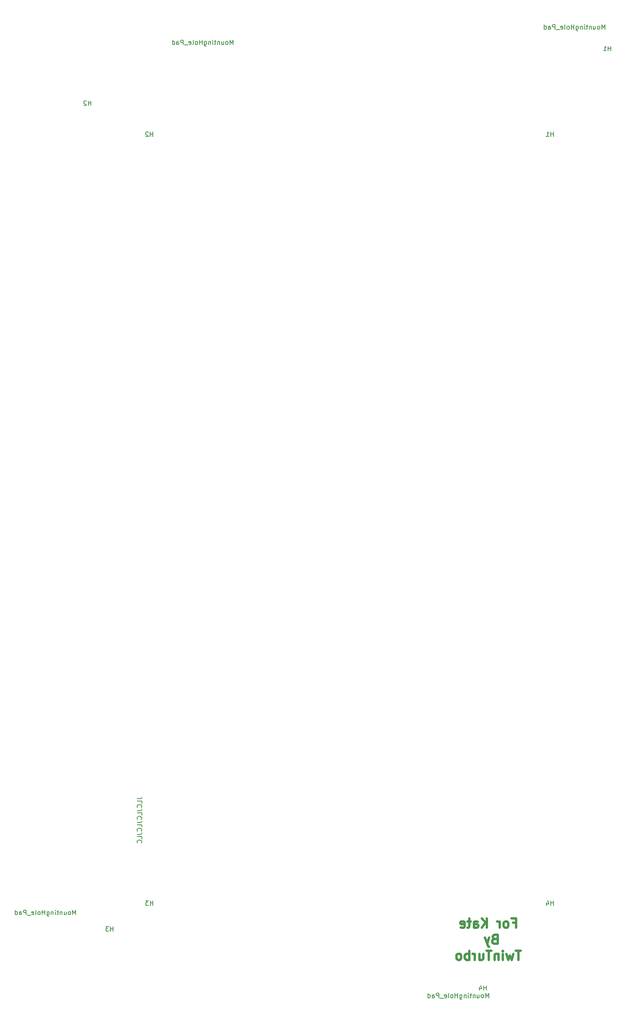
<source format=gbr>
G04 #@! TF.GenerationSoftware,KiCad,Pcbnew,(5.1.7)-1*
G04 #@! TF.CreationDate,2023-03-06T20:39:05+00:00*
G04 #@! TF.ProjectId,KOSMO-POLY6-PICO-DCO-FP,4b4f534d-4f2d-4504-9f4c-59362d504943,V0.1.0*
G04 #@! TF.SameCoordinates,Original*
G04 #@! TF.FileFunction,Legend,Bot*
G04 #@! TF.FilePolarity,Positive*
%FSLAX46Y46*%
G04 Gerber Fmt 4.6, Leading zero omitted, Abs format (unit mm)*
G04 Created by KiCad (PCBNEW (5.1.7)-1) date 2023-03-06 20:39:05*
%MOMM*%
%LPD*%
G01*
G04 APERTURE LIST*
%ADD10C,0.150000*%
%ADD11C,0.500000*%
G04 APERTURE END LIST*
D10*
X66343380Y-157859952D02*
X67057666Y-157859952D01*
X67200523Y-157812333D01*
X67295761Y-157717095D01*
X67343380Y-157574238D01*
X67343380Y-157479000D01*
X67343380Y-158812333D02*
X67343380Y-158336142D01*
X66343380Y-158336142D01*
X67248142Y-159717095D02*
X67295761Y-159669476D01*
X67343380Y-159526619D01*
X67343380Y-159431380D01*
X67295761Y-159288523D01*
X67200523Y-159193285D01*
X67105285Y-159145666D01*
X66914809Y-159098047D01*
X66771952Y-159098047D01*
X66581476Y-159145666D01*
X66486238Y-159193285D01*
X66391000Y-159288523D01*
X66343380Y-159431380D01*
X66343380Y-159526619D01*
X66391000Y-159669476D01*
X66438619Y-159717095D01*
X66343380Y-160431380D02*
X67057666Y-160431380D01*
X67200523Y-160383761D01*
X67295761Y-160288523D01*
X67343380Y-160145666D01*
X67343380Y-160050428D01*
X67343380Y-161383761D02*
X67343380Y-160907571D01*
X66343380Y-160907571D01*
X67248142Y-162288523D02*
X67295761Y-162240904D01*
X67343380Y-162098047D01*
X67343380Y-162002809D01*
X67295761Y-161859952D01*
X67200523Y-161764714D01*
X67105285Y-161717095D01*
X66914809Y-161669476D01*
X66771952Y-161669476D01*
X66581476Y-161717095D01*
X66486238Y-161764714D01*
X66391000Y-161859952D01*
X66343380Y-162002809D01*
X66343380Y-162098047D01*
X66391000Y-162240904D01*
X66438619Y-162288523D01*
X66343380Y-163002809D02*
X67057666Y-163002809D01*
X67200523Y-162955190D01*
X67295761Y-162859952D01*
X67343380Y-162717095D01*
X67343380Y-162621857D01*
X67343380Y-163955190D02*
X67343380Y-163479000D01*
X66343380Y-163479000D01*
X67248142Y-164859952D02*
X67295761Y-164812333D01*
X67343380Y-164669476D01*
X67343380Y-164574238D01*
X67295761Y-164431380D01*
X67200523Y-164336142D01*
X67105285Y-164288523D01*
X66914809Y-164240904D01*
X66771952Y-164240904D01*
X66581476Y-164288523D01*
X66486238Y-164336142D01*
X66391000Y-164431380D01*
X66343380Y-164574238D01*
X66343380Y-164669476D01*
X66391000Y-164812333D01*
X66438619Y-164859952D01*
X66343380Y-165574238D02*
X67057666Y-165574238D01*
X67200523Y-165526619D01*
X67295761Y-165431380D01*
X67343380Y-165288523D01*
X67343380Y-165193285D01*
X67343380Y-166526619D02*
X67343380Y-166050428D01*
X66343380Y-166050428D01*
X67248142Y-167431380D02*
X67295761Y-167383761D01*
X67343380Y-167240904D01*
X67343380Y-167145666D01*
X67295761Y-167002809D01*
X67200523Y-166907571D01*
X67105285Y-166859952D01*
X66914809Y-166812333D01*
X66771952Y-166812333D01*
X66581476Y-166859952D01*
X66486238Y-166907571D01*
X66391000Y-167002809D01*
X66343380Y-167145666D01*
X66343380Y-167240904D01*
X66391000Y-167383761D01*
X66438619Y-167431380D01*
D11*
X147956333Y-184789142D02*
X148623000Y-184789142D01*
X148623000Y-185836761D02*
X148623000Y-183836761D01*
X147670619Y-183836761D01*
X146623000Y-185836761D02*
X146813476Y-185741523D01*
X146908714Y-185646285D01*
X147003952Y-185455809D01*
X147003952Y-184884380D01*
X146908714Y-184693904D01*
X146813476Y-184598666D01*
X146623000Y-184503428D01*
X146337285Y-184503428D01*
X146146809Y-184598666D01*
X146051571Y-184693904D01*
X145956333Y-184884380D01*
X145956333Y-185455809D01*
X146051571Y-185646285D01*
X146146809Y-185741523D01*
X146337285Y-185836761D01*
X146623000Y-185836761D01*
X145099190Y-185836761D02*
X145099190Y-184503428D01*
X145099190Y-184884380D02*
X145003952Y-184693904D01*
X144908714Y-184598666D01*
X144718238Y-184503428D01*
X144527761Y-184503428D01*
X142337285Y-185836761D02*
X142337285Y-183836761D01*
X141194428Y-185836761D02*
X142051571Y-184693904D01*
X141194428Y-183836761D02*
X142337285Y-184979619D01*
X139480142Y-185836761D02*
X139480142Y-184789142D01*
X139575380Y-184598666D01*
X139765857Y-184503428D01*
X140146809Y-184503428D01*
X140337285Y-184598666D01*
X139480142Y-185741523D02*
X139670619Y-185836761D01*
X140146809Y-185836761D01*
X140337285Y-185741523D01*
X140432523Y-185551047D01*
X140432523Y-185360571D01*
X140337285Y-185170095D01*
X140146809Y-185074857D01*
X139670619Y-185074857D01*
X139480142Y-184979619D01*
X138813476Y-184503428D02*
X138051571Y-184503428D01*
X138527761Y-183836761D02*
X138527761Y-185551047D01*
X138432523Y-185741523D01*
X138242047Y-185836761D01*
X138051571Y-185836761D01*
X136623000Y-185741523D02*
X136813476Y-185836761D01*
X137194428Y-185836761D01*
X137384904Y-185741523D01*
X137480142Y-185551047D01*
X137480142Y-184789142D01*
X137384904Y-184598666D01*
X137194428Y-184503428D01*
X136813476Y-184503428D01*
X136623000Y-184598666D01*
X136527761Y-184789142D01*
X136527761Y-184979619D01*
X137480142Y-185170095D01*
X144003952Y-188289142D02*
X143718238Y-188384380D01*
X143623000Y-188479619D01*
X143527761Y-188670095D01*
X143527761Y-188955809D01*
X143623000Y-189146285D01*
X143718238Y-189241523D01*
X143908714Y-189336761D01*
X144670619Y-189336761D01*
X144670619Y-187336761D01*
X144003952Y-187336761D01*
X143813476Y-187432000D01*
X143718238Y-187527238D01*
X143623000Y-187717714D01*
X143623000Y-187908190D01*
X143718238Y-188098666D01*
X143813476Y-188193904D01*
X144003952Y-188289142D01*
X144670619Y-188289142D01*
X142861095Y-188003428D02*
X142384904Y-189336761D01*
X141908714Y-188003428D02*
X142384904Y-189336761D01*
X142575380Y-189812952D01*
X142670619Y-189908190D01*
X142861095Y-190003428D01*
X149718238Y-190836761D02*
X148575380Y-190836761D01*
X149146809Y-192836761D02*
X149146809Y-190836761D01*
X148099190Y-191503428D02*
X147718238Y-192836761D01*
X147337285Y-191884380D01*
X146956333Y-192836761D01*
X146575380Y-191503428D01*
X145813476Y-192836761D02*
X145813476Y-191503428D01*
X145813476Y-190836761D02*
X145908714Y-190932000D01*
X145813476Y-191027238D01*
X145718238Y-190932000D01*
X145813476Y-190836761D01*
X145813476Y-191027238D01*
X144861095Y-191503428D02*
X144861095Y-192836761D01*
X144861095Y-191693904D02*
X144765857Y-191598666D01*
X144575380Y-191503428D01*
X144289666Y-191503428D01*
X144099190Y-191598666D01*
X144003952Y-191789142D01*
X144003952Y-192836761D01*
X143337285Y-190836761D02*
X142194428Y-190836761D01*
X142765857Y-192836761D02*
X142765857Y-190836761D01*
X140670619Y-191503428D02*
X140670619Y-192836761D01*
X141527761Y-191503428D02*
X141527761Y-192551047D01*
X141432523Y-192741523D01*
X141242047Y-192836761D01*
X140956333Y-192836761D01*
X140765857Y-192741523D01*
X140670619Y-192646285D01*
X139718238Y-192836761D02*
X139718238Y-191503428D01*
X139718238Y-191884380D02*
X139623000Y-191693904D01*
X139527761Y-191598666D01*
X139337285Y-191503428D01*
X139146809Y-191503428D01*
X138480142Y-192836761D02*
X138480142Y-190836761D01*
X138480142Y-191598666D02*
X138289666Y-191503428D01*
X137908714Y-191503428D01*
X137718238Y-191598666D01*
X137623000Y-191693904D01*
X137527761Y-191884380D01*
X137527761Y-192455809D01*
X137623000Y-192646285D01*
X137718238Y-192741523D01*
X137908714Y-192836761D01*
X138289666Y-192836761D01*
X138480142Y-192741523D01*
X136384904Y-192836761D02*
X136575380Y-192741523D01*
X136670619Y-192646285D01*
X136765857Y-192455809D01*
X136765857Y-191884380D01*
X136670619Y-191693904D01*
X136575380Y-191598666D01*
X136384904Y-191503428D01*
X136099190Y-191503428D01*
X135908714Y-191598666D01*
X135813476Y-191693904D01*
X135718238Y-191884380D01*
X135718238Y-192455809D01*
X135813476Y-192646285D01*
X135908714Y-192741523D01*
X136099190Y-192836761D01*
X136384904Y-192836761D01*
D10*
X61125904Y-186598380D02*
X61125904Y-185598380D01*
X61125904Y-186074571D02*
X60554476Y-186074571D01*
X60554476Y-186598380D02*
X60554476Y-185598380D01*
X60173523Y-185598380D02*
X59554476Y-185598380D01*
X59887809Y-185979333D01*
X59744952Y-185979333D01*
X59649714Y-186026952D01*
X59602095Y-186074571D01*
X59554476Y-186169809D01*
X59554476Y-186407904D01*
X59602095Y-186503142D01*
X59649714Y-186550761D01*
X59744952Y-186598380D01*
X60030666Y-186598380D01*
X60125904Y-186550761D01*
X60173523Y-186503142D01*
X53022428Y-183011380D02*
X53022428Y-182011380D01*
X52689095Y-182725666D01*
X52355761Y-182011380D01*
X52355761Y-183011380D01*
X51736714Y-183011380D02*
X51831952Y-182963761D01*
X51879571Y-182916142D01*
X51927190Y-182820904D01*
X51927190Y-182535190D01*
X51879571Y-182439952D01*
X51831952Y-182392333D01*
X51736714Y-182344714D01*
X51593857Y-182344714D01*
X51498619Y-182392333D01*
X51451000Y-182439952D01*
X51403380Y-182535190D01*
X51403380Y-182820904D01*
X51451000Y-182916142D01*
X51498619Y-182963761D01*
X51593857Y-183011380D01*
X51736714Y-183011380D01*
X50546238Y-182344714D02*
X50546238Y-183011380D01*
X50974809Y-182344714D02*
X50974809Y-182868523D01*
X50927190Y-182963761D01*
X50831952Y-183011380D01*
X50689095Y-183011380D01*
X50593857Y-182963761D01*
X50546238Y-182916142D01*
X50070047Y-182344714D02*
X50070047Y-183011380D01*
X50070047Y-182439952D02*
X50022428Y-182392333D01*
X49927190Y-182344714D01*
X49784333Y-182344714D01*
X49689095Y-182392333D01*
X49641476Y-182487571D01*
X49641476Y-183011380D01*
X49308142Y-182344714D02*
X48927190Y-182344714D01*
X49165285Y-182011380D02*
X49165285Y-182868523D01*
X49117666Y-182963761D01*
X49022428Y-183011380D01*
X48927190Y-183011380D01*
X48593857Y-183011380D02*
X48593857Y-182344714D01*
X48593857Y-182011380D02*
X48641476Y-182059000D01*
X48593857Y-182106619D01*
X48546238Y-182059000D01*
X48593857Y-182011380D01*
X48593857Y-182106619D01*
X48117666Y-182344714D02*
X48117666Y-183011380D01*
X48117666Y-182439952D02*
X48070047Y-182392333D01*
X47974809Y-182344714D01*
X47831952Y-182344714D01*
X47736714Y-182392333D01*
X47689095Y-182487571D01*
X47689095Y-183011380D01*
X46784333Y-182344714D02*
X46784333Y-183154238D01*
X46831952Y-183249476D01*
X46879571Y-183297095D01*
X46974809Y-183344714D01*
X47117666Y-183344714D01*
X47212904Y-183297095D01*
X46784333Y-182963761D02*
X46879571Y-183011380D01*
X47070047Y-183011380D01*
X47165285Y-182963761D01*
X47212904Y-182916142D01*
X47260523Y-182820904D01*
X47260523Y-182535190D01*
X47212904Y-182439952D01*
X47165285Y-182392333D01*
X47070047Y-182344714D01*
X46879571Y-182344714D01*
X46784333Y-182392333D01*
X46308142Y-183011380D02*
X46308142Y-182011380D01*
X46308142Y-182487571D02*
X45736714Y-182487571D01*
X45736714Y-183011380D02*
X45736714Y-182011380D01*
X45117666Y-183011380D02*
X45212904Y-182963761D01*
X45260523Y-182916142D01*
X45308142Y-182820904D01*
X45308142Y-182535190D01*
X45260523Y-182439952D01*
X45212904Y-182392333D01*
X45117666Y-182344714D01*
X44974809Y-182344714D01*
X44879571Y-182392333D01*
X44831952Y-182439952D01*
X44784333Y-182535190D01*
X44784333Y-182820904D01*
X44831952Y-182916142D01*
X44879571Y-182963761D01*
X44974809Y-183011380D01*
X45117666Y-183011380D01*
X44212904Y-183011380D02*
X44308142Y-182963761D01*
X44355761Y-182868523D01*
X44355761Y-182011380D01*
X43451000Y-182963761D02*
X43546238Y-183011380D01*
X43736714Y-183011380D01*
X43831952Y-182963761D01*
X43879571Y-182868523D01*
X43879571Y-182487571D01*
X43831952Y-182392333D01*
X43736714Y-182344714D01*
X43546238Y-182344714D01*
X43451000Y-182392333D01*
X43403380Y-182487571D01*
X43403380Y-182582809D01*
X43879571Y-182678047D01*
X43212904Y-183106619D02*
X42451000Y-183106619D01*
X42212904Y-183011380D02*
X42212904Y-182011380D01*
X41831952Y-182011380D01*
X41736714Y-182059000D01*
X41689095Y-182106619D01*
X41641476Y-182201857D01*
X41641476Y-182344714D01*
X41689095Y-182439952D01*
X41736714Y-182487571D01*
X41831952Y-182535190D01*
X42212904Y-182535190D01*
X40784333Y-183011380D02*
X40784333Y-182487571D01*
X40831952Y-182392333D01*
X40927190Y-182344714D01*
X41117666Y-182344714D01*
X41212904Y-182392333D01*
X40784333Y-182963761D02*
X40879571Y-183011380D01*
X41117666Y-183011380D01*
X41212904Y-182963761D01*
X41260523Y-182868523D01*
X41260523Y-182773285D01*
X41212904Y-182678047D01*
X41117666Y-182630428D01*
X40879571Y-182630428D01*
X40784333Y-182582809D01*
X39879571Y-183011380D02*
X39879571Y-182011380D01*
X39879571Y-182963761D02*
X39974809Y-183011380D01*
X40165285Y-183011380D01*
X40260523Y-182963761D01*
X40308142Y-182916142D01*
X40355761Y-182820904D01*
X40355761Y-182535190D01*
X40308142Y-182439952D01*
X40260523Y-182392333D01*
X40165285Y-182344714D01*
X39974809Y-182344714D01*
X39879571Y-182392333D01*
X69777904Y-180991380D02*
X69777904Y-179991380D01*
X69777904Y-180467571D02*
X69206476Y-180467571D01*
X69206476Y-180991380D02*
X69206476Y-179991380D01*
X68825523Y-179991380D02*
X68206476Y-179991380D01*
X68539809Y-180372333D01*
X68396952Y-180372333D01*
X68301714Y-180419952D01*
X68254095Y-180467571D01*
X68206476Y-180562809D01*
X68206476Y-180800904D01*
X68254095Y-180896142D01*
X68301714Y-180943761D01*
X68396952Y-180991380D01*
X68682666Y-180991380D01*
X68777904Y-180943761D01*
X68825523Y-180896142D01*
X142215904Y-199425380D02*
X142215904Y-198425380D01*
X142215904Y-198901571D02*
X141644476Y-198901571D01*
X141644476Y-199425380D02*
X141644476Y-198425380D01*
X140739714Y-198758714D02*
X140739714Y-199425380D01*
X140977809Y-198377761D02*
X141215904Y-199092047D01*
X140596857Y-199092047D01*
X142698428Y-201055380D02*
X142698428Y-200055380D01*
X142365095Y-200769666D01*
X142031761Y-200055380D01*
X142031761Y-201055380D01*
X141412714Y-201055380D02*
X141507952Y-201007761D01*
X141555571Y-200960142D01*
X141603190Y-200864904D01*
X141603190Y-200579190D01*
X141555571Y-200483952D01*
X141507952Y-200436333D01*
X141412714Y-200388714D01*
X141269857Y-200388714D01*
X141174619Y-200436333D01*
X141127000Y-200483952D01*
X141079380Y-200579190D01*
X141079380Y-200864904D01*
X141127000Y-200960142D01*
X141174619Y-201007761D01*
X141269857Y-201055380D01*
X141412714Y-201055380D01*
X140222238Y-200388714D02*
X140222238Y-201055380D01*
X140650809Y-200388714D02*
X140650809Y-200912523D01*
X140603190Y-201007761D01*
X140507952Y-201055380D01*
X140365095Y-201055380D01*
X140269857Y-201007761D01*
X140222238Y-200960142D01*
X139746047Y-200388714D02*
X139746047Y-201055380D01*
X139746047Y-200483952D02*
X139698428Y-200436333D01*
X139603190Y-200388714D01*
X139460333Y-200388714D01*
X139365095Y-200436333D01*
X139317476Y-200531571D01*
X139317476Y-201055380D01*
X138984142Y-200388714D02*
X138603190Y-200388714D01*
X138841285Y-200055380D02*
X138841285Y-200912523D01*
X138793666Y-201007761D01*
X138698428Y-201055380D01*
X138603190Y-201055380D01*
X138269857Y-201055380D02*
X138269857Y-200388714D01*
X138269857Y-200055380D02*
X138317476Y-200103000D01*
X138269857Y-200150619D01*
X138222238Y-200103000D01*
X138269857Y-200055380D01*
X138269857Y-200150619D01*
X137793666Y-200388714D02*
X137793666Y-201055380D01*
X137793666Y-200483952D02*
X137746047Y-200436333D01*
X137650809Y-200388714D01*
X137507952Y-200388714D01*
X137412714Y-200436333D01*
X137365095Y-200531571D01*
X137365095Y-201055380D01*
X136460333Y-200388714D02*
X136460333Y-201198238D01*
X136507952Y-201293476D01*
X136555571Y-201341095D01*
X136650809Y-201388714D01*
X136793666Y-201388714D01*
X136888904Y-201341095D01*
X136460333Y-201007761D02*
X136555571Y-201055380D01*
X136746047Y-201055380D01*
X136841285Y-201007761D01*
X136888904Y-200960142D01*
X136936523Y-200864904D01*
X136936523Y-200579190D01*
X136888904Y-200483952D01*
X136841285Y-200436333D01*
X136746047Y-200388714D01*
X136555571Y-200388714D01*
X136460333Y-200436333D01*
X135984142Y-201055380D02*
X135984142Y-200055380D01*
X135984142Y-200531571D02*
X135412714Y-200531571D01*
X135412714Y-201055380D02*
X135412714Y-200055380D01*
X134793666Y-201055380D02*
X134888904Y-201007761D01*
X134936523Y-200960142D01*
X134984142Y-200864904D01*
X134984142Y-200579190D01*
X134936523Y-200483952D01*
X134888904Y-200436333D01*
X134793666Y-200388714D01*
X134650809Y-200388714D01*
X134555571Y-200436333D01*
X134507952Y-200483952D01*
X134460333Y-200579190D01*
X134460333Y-200864904D01*
X134507952Y-200960142D01*
X134555571Y-201007761D01*
X134650809Y-201055380D01*
X134793666Y-201055380D01*
X133888904Y-201055380D02*
X133984142Y-201007761D01*
X134031761Y-200912523D01*
X134031761Y-200055380D01*
X133127000Y-201007761D02*
X133222238Y-201055380D01*
X133412714Y-201055380D01*
X133507952Y-201007761D01*
X133555571Y-200912523D01*
X133555571Y-200531571D01*
X133507952Y-200436333D01*
X133412714Y-200388714D01*
X133222238Y-200388714D01*
X133127000Y-200436333D01*
X133079380Y-200531571D01*
X133079380Y-200626809D01*
X133555571Y-200722047D01*
X132888904Y-201150619D02*
X132127000Y-201150619D01*
X131888904Y-201055380D02*
X131888904Y-200055380D01*
X131507952Y-200055380D01*
X131412714Y-200103000D01*
X131365095Y-200150619D01*
X131317476Y-200245857D01*
X131317476Y-200388714D01*
X131365095Y-200483952D01*
X131412714Y-200531571D01*
X131507952Y-200579190D01*
X131888904Y-200579190D01*
X130460333Y-201055380D02*
X130460333Y-200531571D01*
X130507952Y-200436333D01*
X130603190Y-200388714D01*
X130793666Y-200388714D01*
X130888904Y-200436333D01*
X130460333Y-201007761D02*
X130555571Y-201055380D01*
X130793666Y-201055380D01*
X130888904Y-201007761D01*
X130936523Y-200912523D01*
X130936523Y-200817285D01*
X130888904Y-200722047D01*
X130793666Y-200674428D01*
X130555571Y-200674428D01*
X130460333Y-200626809D01*
X129555571Y-201055380D02*
X129555571Y-200055380D01*
X129555571Y-201007761D02*
X129650809Y-201055380D01*
X129841285Y-201055380D01*
X129936523Y-201007761D01*
X129984142Y-200960142D01*
X130031761Y-200864904D01*
X130031761Y-200579190D01*
X129984142Y-200483952D01*
X129936523Y-200436333D01*
X129841285Y-200388714D01*
X129650809Y-200388714D01*
X129555571Y-200436333D01*
X156763904Y-180993380D02*
X156763904Y-179993380D01*
X156763904Y-180469571D02*
X156192476Y-180469571D01*
X156192476Y-180993380D02*
X156192476Y-179993380D01*
X155287714Y-180326714D02*
X155287714Y-180993380D01*
X155525809Y-179945761D02*
X155763904Y-180660047D01*
X155144857Y-180660047D01*
X169253904Y4612619D02*
X169253904Y5612619D01*
X169253904Y5136428D02*
X168682476Y5136428D01*
X168682476Y4612619D02*
X168682476Y5612619D01*
X167682476Y4612619D02*
X168253904Y4612619D01*
X167968190Y4612619D02*
X167968190Y5612619D01*
X168063428Y5469761D01*
X168158666Y5374523D01*
X168253904Y5326904D01*
X167937428Y9320619D02*
X167937428Y10320619D01*
X167604095Y9606333D01*
X167270761Y10320619D01*
X167270761Y9320619D01*
X166651714Y9320619D02*
X166746952Y9368238D01*
X166794571Y9415857D01*
X166842190Y9511095D01*
X166842190Y9796809D01*
X166794571Y9892047D01*
X166746952Y9939666D01*
X166651714Y9987285D01*
X166508857Y9987285D01*
X166413619Y9939666D01*
X166366000Y9892047D01*
X166318380Y9796809D01*
X166318380Y9511095D01*
X166366000Y9415857D01*
X166413619Y9368238D01*
X166508857Y9320619D01*
X166651714Y9320619D01*
X165461238Y9987285D02*
X165461238Y9320619D01*
X165889809Y9987285D02*
X165889809Y9463476D01*
X165842190Y9368238D01*
X165746952Y9320619D01*
X165604095Y9320619D01*
X165508857Y9368238D01*
X165461238Y9415857D01*
X164985047Y9987285D02*
X164985047Y9320619D01*
X164985047Y9892047D02*
X164937428Y9939666D01*
X164842190Y9987285D01*
X164699333Y9987285D01*
X164604095Y9939666D01*
X164556476Y9844428D01*
X164556476Y9320619D01*
X164223142Y9987285D02*
X163842190Y9987285D01*
X164080285Y10320619D02*
X164080285Y9463476D01*
X164032666Y9368238D01*
X163937428Y9320619D01*
X163842190Y9320619D01*
X163508857Y9320619D02*
X163508857Y9987285D01*
X163508857Y10320619D02*
X163556476Y10273000D01*
X163508857Y10225380D01*
X163461238Y10273000D01*
X163508857Y10320619D01*
X163508857Y10225380D01*
X163032666Y9987285D02*
X163032666Y9320619D01*
X163032666Y9892047D02*
X162985047Y9939666D01*
X162889809Y9987285D01*
X162746952Y9987285D01*
X162651714Y9939666D01*
X162604095Y9844428D01*
X162604095Y9320619D01*
X161699333Y9987285D02*
X161699333Y9177761D01*
X161746952Y9082523D01*
X161794571Y9034904D01*
X161889809Y8987285D01*
X162032666Y8987285D01*
X162127904Y9034904D01*
X161699333Y9368238D02*
X161794571Y9320619D01*
X161985047Y9320619D01*
X162080285Y9368238D01*
X162127904Y9415857D01*
X162175523Y9511095D01*
X162175523Y9796809D01*
X162127904Y9892047D01*
X162080285Y9939666D01*
X161985047Y9987285D01*
X161794571Y9987285D01*
X161699333Y9939666D01*
X161223142Y9320619D02*
X161223142Y10320619D01*
X161223142Y9844428D02*
X160651714Y9844428D01*
X160651714Y9320619D02*
X160651714Y10320619D01*
X160032666Y9320619D02*
X160127904Y9368238D01*
X160175523Y9415857D01*
X160223142Y9511095D01*
X160223142Y9796809D01*
X160175523Y9892047D01*
X160127904Y9939666D01*
X160032666Y9987285D01*
X159889809Y9987285D01*
X159794571Y9939666D01*
X159746952Y9892047D01*
X159699333Y9796809D01*
X159699333Y9511095D01*
X159746952Y9415857D01*
X159794571Y9368238D01*
X159889809Y9320619D01*
X160032666Y9320619D01*
X159127904Y9320619D02*
X159223142Y9368238D01*
X159270761Y9463476D01*
X159270761Y10320619D01*
X158366000Y9368238D02*
X158461238Y9320619D01*
X158651714Y9320619D01*
X158746952Y9368238D01*
X158794571Y9463476D01*
X158794571Y9844428D01*
X158746952Y9939666D01*
X158651714Y9987285D01*
X158461238Y9987285D01*
X158366000Y9939666D01*
X158318380Y9844428D01*
X158318380Y9749190D01*
X158794571Y9653952D01*
X158127904Y9225380D02*
X157366000Y9225380D01*
X157127904Y9320619D02*
X157127904Y10320619D01*
X156746952Y10320619D01*
X156651714Y10273000D01*
X156604095Y10225380D01*
X156556476Y10130142D01*
X156556476Y9987285D01*
X156604095Y9892047D01*
X156651714Y9844428D01*
X156746952Y9796809D01*
X157127904Y9796809D01*
X155699333Y9320619D02*
X155699333Y9844428D01*
X155746952Y9939666D01*
X155842190Y9987285D01*
X156032666Y9987285D01*
X156127904Y9939666D01*
X155699333Y9368238D02*
X155794571Y9320619D01*
X156032666Y9320619D01*
X156127904Y9368238D01*
X156175523Y9463476D01*
X156175523Y9558714D01*
X156127904Y9653952D01*
X156032666Y9701571D01*
X155794571Y9701571D01*
X155699333Y9749190D01*
X154794571Y9320619D02*
X154794571Y10320619D01*
X154794571Y9368238D02*
X154889809Y9320619D01*
X155080285Y9320619D01*
X155175523Y9368238D01*
X155223142Y9415857D01*
X155270761Y9511095D01*
X155270761Y9796809D01*
X155223142Y9892047D01*
X155175523Y9939666D01*
X155080285Y9987285D01*
X154889809Y9987285D01*
X154794571Y9939666D01*
X156775904Y-13999380D02*
X156775904Y-12999380D01*
X156775904Y-13475571D02*
X156204476Y-13475571D01*
X156204476Y-13999380D02*
X156204476Y-12999380D01*
X155204476Y-13999380D02*
X155775904Y-13999380D01*
X155490190Y-13999380D02*
X155490190Y-12999380D01*
X155585428Y-13142238D01*
X155680666Y-13237476D01*
X155775904Y-13285095D01*
X56330904Y-7234380D02*
X56330904Y-6234380D01*
X56330904Y-6710571D02*
X55759476Y-6710571D01*
X55759476Y-7234380D02*
X55759476Y-6234380D01*
X55330904Y-6329619D02*
X55283285Y-6282000D01*
X55188047Y-6234380D01*
X54949952Y-6234380D01*
X54854714Y-6282000D01*
X54807095Y-6329619D01*
X54759476Y-6424857D01*
X54759476Y-6520095D01*
X54807095Y-6662952D01*
X55378523Y-7234380D01*
X54759476Y-7234380D01*
X87185428Y5975619D02*
X87185428Y6975619D01*
X86852095Y6261333D01*
X86518761Y6975619D01*
X86518761Y5975619D01*
X85899714Y5975619D02*
X85994952Y6023238D01*
X86042571Y6070857D01*
X86090190Y6166095D01*
X86090190Y6451809D01*
X86042571Y6547047D01*
X85994952Y6594666D01*
X85899714Y6642285D01*
X85756857Y6642285D01*
X85661619Y6594666D01*
X85614000Y6547047D01*
X85566380Y6451809D01*
X85566380Y6166095D01*
X85614000Y6070857D01*
X85661619Y6023238D01*
X85756857Y5975619D01*
X85899714Y5975619D01*
X84709238Y6642285D02*
X84709238Y5975619D01*
X85137809Y6642285D02*
X85137809Y6118476D01*
X85090190Y6023238D01*
X84994952Y5975619D01*
X84852095Y5975619D01*
X84756857Y6023238D01*
X84709238Y6070857D01*
X84233047Y6642285D02*
X84233047Y5975619D01*
X84233047Y6547047D02*
X84185428Y6594666D01*
X84090190Y6642285D01*
X83947333Y6642285D01*
X83852095Y6594666D01*
X83804476Y6499428D01*
X83804476Y5975619D01*
X83471142Y6642285D02*
X83090190Y6642285D01*
X83328285Y6975619D02*
X83328285Y6118476D01*
X83280666Y6023238D01*
X83185428Y5975619D01*
X83090190Y5975619D01*
X82756857Y5975619D02*
X82756857Y6642285D01*
X82756857Y6975619D02*
X82804476Y6928000D01*
X82756857Y6880380D01*
X82709238Y6928000D01*
X82756857Y6975619D01*
X82756857Y6880380D01*
X82280666Y6642285D02*
X82280666Y5975619D01*
X82280666Y6547047D02*
X82233047Y6594666D01*
X82137809Y6642285D01*
X81994952Y6642285D01*
X81899714Y6594666D01*
X81852095Y6499428D01*
X81852095Y5975619D01*
X80947333Y6642285D02*
X80947333Y5832761D01*
X80994952Y5737523D01*
X81042571Y5689904D01*
X81137809Y5642285D01*
X81280666Y5642285D01*
X81375904Y5689904D01*
X80947333Y6023238D02*
X81042571Y5975619D01*
X81233047Y5975619D01*
X81328285Y6023238D01*
X81375904Y6070857D01*
X81423523Y6166095D01*
X81423523Y6451809D01*
X81375904Y6547047D01*
X81328285Y6594666D01*
X81233047Y6642285D01*
X81042571Y6642285D01*
X80947333Y6594666D01*
X80471142Y5975619D02*
X80471142Y6975619D01*
X80471142Y6499428D02*
X79899714Y6499428D01*
X79899714Y5975619D02*
X79899714Y6975619D01*
X79280666Y5975619D02*
X79375904Y6023238D01*
X79423523Y6070857D01*
X79471142Y6166095D01*
X79471142Y6451809D01*
X79423523Y6547047D01*
X79375904Y6594666D01*
X79280666Y6642285D01*
X79137809Y6642285D01*
X79042571Y6594666D01*
X78994952Y6547047D01*
X78947333Y6451809D01*
X78947333Y6166095D01*
X78994952Y6070857D01*
X79042571Y6023238D01*
X79137809Y5975619D01*
X79280666Y5975619D01*
X78375904Y5975619D02*
X78471142Y6023238D01*
X78518761Y6118476D01*
X78518761Y6975619D01*
X77614000Y6023238D02*
X77709238Y5975619D01*
X77899714Y5975619D01*
X77994952Y6023238D01*
X78042571Y6118476D01*
X78042571Y6499428D01*
X77994952Y6594666D01*
X77899714Y6642285D01*
X77709238Y6642285D01*
X77614000Y6594666D01*
X77566380Y6499428D01*
X77566380Y6404190D01*
X78042571Y6308952D01*
X77375904Y5880380D02*
X76614000Y5880380D01*
X76375904Y5975619D02*
X76375904Y6975619D01*
X75994952Y6975619D01*
X75899714Y6928000D01*
X75852095Y6880380D01*
X75804476Y6785142D01*
X75804476Y6642285D01*
X75852095Y6547047D01*
X75899714Y6499428D01*
X75994952Y6451809D01*
X76375904Y6451809D01*
X74947333Y5975619D02*
X74947333Y6499428D01*
X74994952Y6594666D01*
X75090190Y6642285D01*
X75280666Y6642285D01*
X75375904Y6594666D01*
X74947333Y6023238D02*
X75042571Y5975619D01*
X75280666Y5975619D01*
X75375904Y6023238D01*
X75423523Y6118476D01*
X75423523Y6213714D01*
X75375904Y6308952D01*
X75280666Y6356571D01*
X75042571Y6356571D01*
X74947333Y6404190D01*
X74042571Y5975619D02*
X74042571Y6975619D01*
X74042571Y6023238D02*
X74137809Y5975619D01*
X74328285Y5975619D01*
X74423523Y6023238D01*
X74471142Y6070857D01*
X74518761Y6166095D01*
X74518761Y6451809D01*
X74471142Y6547047D01*
X74423523Y6594666D01*
X74328285Y6642285D01*
X74137809Y6642285D01*
X74042571Y6594666D01*
X69775904Y-13997380D02*
X69775904Y-12997380D01*
X69775904Y-13473571D02*
X69204476Y-13473571D01*
X69204476Y-13997380D02*
X69204476Y-12997380D01*
X68775904Y-13092619D02*
X68728285Y-13045000D01*
X68633047Y-12997380D01*
X68394952Y-12997380D01*
X68299714Y-13045000D01*
X68252095Y-13092619D01*
X68204476Y-13187857D01*
X68204476Y-13283095D01*
X68252095Y-13425952D01*
X68823523Y-13997380D01*
X68204476Y-13997380D01*
M02*

</source>
